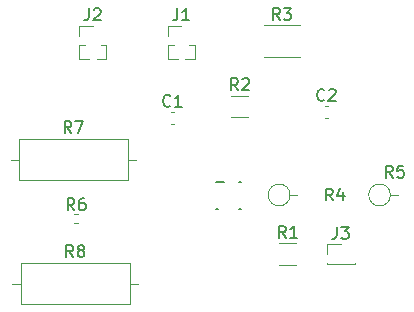
<source format=gbr>
%TF.GenerationSoftware,KiCad,Pcbnew,9.0.6*%
%TF.CreationDate,2025-11-11T17:34:41+05:30*%
%TF.ProjectId,battery_circuit,62617474-6572-4795-9f63-697263756974,rev?*%
%TF.SameCoordinates,Original*%
%TF.FileFunction,Legend,Top*%
%TF.FilePolarity,Positive*%
%FSLAX46Y46*%
G04 Gerber Fmt 4.6, Leading zero omitted, Abs format (unit mm)*
G04 Created by KiCad (PCBNEW 9.0.6) date 2025-11-11 17:34:41*
%MOMM*%
%LPD*%
G01*
G04 APERTURE LIST*
%ADD10C,0.150000*%
%ADD11C,0.120000*%
%ADD12C,0.170000*%
G04 APERTURE END LIST*
D10*
X137058333Y-99929580D02*
X137010714Y-99977200D01*
X137010714Y-99977200D02*
X136867857Y-100024819D01*
X136867857Y-100024819D02*
X136772619Y-100024819D01*
X136772619Y-100024819D02*
X136629762Y-99977200D01*
X136629762Y-99977200D02*
X136534524Y-99881961D01*
X136534524Y-99881961D02*
X136486905Y-99786723D01*
X136486905Y-99786723D02*
X136439286Y-99596247D01*
X136439286Y-99596247D02*
X136439286Y-99453390D01*
X136439286Y-99453390D02*
X136486905Y-99262914D01*
X136486905Y-99262914D02*
X136534524Y-99167676D01*
X136534524Y-99167676D02*
X136629762Y-99072438D01*
X136629762Y-99072438D02*
X136772619Y-99024819D01*
X136772619Y-99024819D02*
X136867857Y-99024819D01*
X136867857Y-99024819D02*
X137010714Y-99072438D01*
X137010714Y-99072438D02*
X137058333Y-99120057D01*
X138010714Y-100024819D02*
X137439286Y-100024819D01*
X137725000Y-100024819D02*
X137725000Y-99024819D01*
X137725000Y-99024819D02*
X137629762Y-99167676D01*
X137629762Y-99167676D02*
X137534524Y-99262914D01*
X137534524Y-99262914D02*
X137439286Y-99310533D01*
X146833333Y-111124819D02*
X146500000Y-110648628D01*
X146261905Y-111124819D02*
X146261905Y-110124819D01*
X146261905Y-110124819D02*
X146642857Y-110124819D01*
X146642857Y-110124819D02*
X146738095Y-110172438D01*
X146738095Y-110172438D02*
X146785714Y-110220057D01*
X146785714Y-110220057D02*
X146833333Y-110315295D01*
X146833333Y-110315295D02*
X146833333Y-110458152D01*
X146833333Y-110458152D02*
X146785714Y-110553390D01*
X146785714Y-110553390D02*
X146738095Y-110601009D01*
X146738095Y-110601009D02*
X146642857Y-110648628D01*
X146642857Y-110648628D02*
X146261905Y-110648628D01*
X147785714Y-111124819D02*
X147214286Y-111124819D01*
X147500000Y-111124819D02*
X147500000Y-110124819D01*
X147500000Y-110124819D02*
X147404762Y-110267676D01*
X147404762Y-110267676D02*
X147309524Y-110362914D01*
X147309524Y-110362914D02*
X147214286Y-110410533D01*
X155883333Y-106034819D02*
X155550000Y-105558628D01*
X155311905Y-106034819D02*
X155311905Y-105034819D01*
X155311905Y-105034819D02*
X155692857Y-105034819D01*
X155692857Y-105034819D02*
X155788095Y-105082438D01*
X155788095Y-105082438D02*
X155835714Y-105130057D01*
X155835714Y-105130057D02*
X155883333Y-105225295D01*
X155883333Y-105225295D02*
X155883333Y-105368152D01*
X155883333Y-105368152D02*
X155835714Y-105463390D01*
X155835714Y-105463390D02*
X155788095Y-105511009D01*
X155788095Y-105511009D02*
X155692857Y-105558628D01*
X155692857Y-105558628D02*
X155311905Y-105558628D01*
X156788095Y-105034819D02*
X156311905Y-105034819D01*
X156311905Y-105034819D02*
X156264286Y-105511009D01*
X156264286Y-105511009D02*
X156311905Y-105463390D01*
X156311905Y-105463390D02*
X156407143Y-105415771D01*
X156407143Y-105415771D02*
X156645238Y-105415771D01*
X156645238Y-105415771D02*
X156740476Y-105463390D01*
X156740476Y-105463390D02*
X156788095Y-105511009D01*
X156788095Y-105511009D02*
X156835714Y-105606247D01*
X156835714Y-105606247D02*
X156835714Y-105844342D01*
X156835714Y-105844342D02*
X156788095Y-105939580D01*
X156788095Y-105939580D02*
X156740476Y-105987200D01*
X156740476Y-105987200D02*
X156645238Y-106034819D01*
X156645238Y-106034819D02*
X156407143Y-106034819D01*
X156407143Y-106034819D02*
X156311905Y-105987200D01*
X156311905Y-105987200D02*
X156264286Y-105939580D01*
X151166666Y-110209819D02*
X151166666Y-110924104D01*
X151166666Y-110924104D02*
X151119047Y-111066961D01*
X151119047Y-111066961D02*
X151023809Y-111162200D01*
X151023809Y-111162200D02*
X150880952Y-111209819D01*
X150880952Y-111209819D02*
X150785714Y-111209819D01*
X151547619Y-110209819D02*
X152166666Y-110209819D01*
X152166666Y-110209819D02*
X151833333Y-110590771D01*
X151833333Y-110590771D02*
X151976190Y-110590771D01*
X151976190Y-110590771D02*
X152071428Y-110638390D01*
X152071428Y-110638390D02*
X152119047Y-110686009D01*
X152119047Y-110686009D02*
X152166666Y-110781247D01*
X152166666Y-110781247D02*
X152166666Y-111019342D01*
X152166666Y-111019342D02*
X152119047Y-111114580D01*
X152119047Y-111114580D02*
X152071428Y-111162200D01*
X152071428Y-111162200D02*
X151976190Y-111209819D01*
X151976190Y-111209819D02*
X151690476Y-111209819D01*
X151690476Y-111209819D02*
X151595238Y-111162200D01*
X151595238Y-111162200D02*
X151547619Y-111114580D01*
X128683333Y-102234819D02*
X128350000Y-101758628D01*
X128111905Y-102234819D02*
X128111905Y-101234819D01*
X128111905Y-101234819D02*
X128492857Y-101234819D01*
X128492857Y-101234819D02*
X128588095Y-101282438D01*
X128588095Y-101282438D02*
X128635714Y-101330057D01*
X128635714Y-101330057D02*
X128683333Y-101425295D01*
X128683333Y-101425295D02*
X128683333Y-101568152D01*
X128683333Y-101568152D02*
X128635714Y-101663390D01*
X128635714Y-101663390D02*
X128588095Y-101711009D01*
X128588095Y-101711009D02*
X128492857Y-101758628D01*
X128492857Y-101758628D02*
X128111905Y-101758628D01*
X129016667Y-101234819D02*
X129683333Y-101234819D01*
X129683333Y-101234819D02*
X129254762Y-102234819D01*
X150108333Y-99429580D02*
X150060714Y-99477200D01*
X150060714Y-99477200D02*
X149917857Y-99524819D01*
X149917857Y-99524819D02*
X149822619Y-99524819D01*
X149822619Y-99524819D02*
X149679762Y-99477200D01*
X149679762Y-99477200D02*
X149584524Y-99381961D01*
X149584524Y-99381961D02*
X149536905Y-99286723D01*
X149536905Y-99286723D02*
X149489286Y-99096247D01*
X149489286Y-99096247D02*
X149489286Y-98953390D01*
X149489286Y-98953390D02*
X149536905Y-98762914D01*
X149536905Y-98762914D02*
X149584524Y-98667676D01*
X149584524Y-98667676D02*
X149679762Y-98572438D01*
X149679762Y-98572438D02*
X149822619Y-98524819D01*
X149822619Y-98524819D02*
X149917857Y-98524819D01*
X149917857Y-98524819D02*
X150060714Y-98572438D01*
X150060714Y-98572438D02*
X150108333Y-98620057D01*
X150489286Y-98620057D02*
X150536905Y-98572438D01*
X150536905Y-98572438D02*
X150632143Y-98524819D01*
X150632143Y-98524819D02*
X150870238Y-98524819D01*
X150870238Y-98524819D02*
X150965476Y-98572438D01*
X150965476Y-98572438D02*
X151013095Y-98620057D01*
X151013095Y-98620057D02*
X151060714Y-98715295D01*
X151060714Y-98715295D02*
X151060714Y-98810533D01*
X151060714Y-98810533D02*
X151013095Y-98953390D01*
X151013095Y-98953390D02*
X150441667Y-99524819D01*
X150441667Y-99524819D02*
X151060714Y-99524819D01*
X142783333Y-98624819D02*
X142450000Y-98148628D01*
X142211905Y-98624819D02*
X142211905Y-97624819D01*
X142211905Y-97624819D02*
X142592857Y-97624819D01*
X142592857Y-97624819D02*
X142688095Y-97672438D01*
X142688095Y-97672438D02*
X142735714Y-97720057D01*
X142735714Y-97720057D02*
X142783333Y-97815295D01*
X142783333Y-97815295D02*
X142783333Y-97958152D01*
X142783333Y-97958152D02*
X142735714Y-98053390D01*
X142735714Y-98053390D02*
X142688095Y-98101009D01*
X142688095Y-98101009D02*
X142592857Y-98148628D01*
X142592857Y-98148628D02*
X142211905Y-98148628D01*
X143164286Y-97720057D02*
X143211905Y-97672438D01*
X143211905Y-97672438D02*
X143307143Y-97624819D01*
X143307143Y-97624819D02*
X143545238Y-97624819D01*
X143545238Y-97624819D02*
X143640476Y-97672438D01*
X143640476Y-97672438D02*
X143688095Y-97720057D01*
X143688095Y-97720057D02*
X143735714Y-97815295D01*
X143735714Y-97815295D02*
X143735714Y-97910533D01*
X143735714Y-97910533D02*
X143688095Y-98053390D01*
X143688095Y-98053390D02*
X143116667Y-98624819D01*
X143116667Y-98624819D02*
X143735714Y-98624819D01*
X130166666Y-91709819D02*
X130166666Y-92424104D01*
X130166666Y-92424104D02*
X130119047Y-92566961D01*
X130119047Y-92566961D02*
X130023809Y-92662200D01*
X130023809Y-92662200D02*
X129880952Y-92709819D01*
X129880952Y-92709819D02*
X129785714Y-92709819D01*
X130595238Y-91805057D02*
X130642857Y-91757438D01*
X130642857Y-91757438D02*
X130738095Y-91709819D01*
X130738095Y-91709819D02*
X130976190Y-91709819D01*
X130976190Y-91709819D02*
X131071428Y-91757438D01*
X131071428Y-91757438D02*
X131119047Y-91805057D01*
X131119047Y-91805057D02*
X131166666Y-91900295D01*
X131166666Y-91900295D02*
X131166666Y-91995533D01*
X131166666Y-91995533D02*
X131119047Y-92138390D01*
X131119047Y-92138390D02*
X130547619Y-92709819D01*
X130547619Y-92709819D02*
X131166666Y-92709819D01*
X128930833Y-108784819D02*
X128597500Y-108308628D01*
X128359405Y-108784819D02*
X128359405Y-107784819D01*
X128359405Y-107784819D02*
X128740357Y-107784819D01*
X128740357Y-107784819D02*
X128835595Y-107832438D01*
X128835595Y-107832438D02*
X128883214Y-107880057D01*
X128883214Y-107880057D02*
X128930833Y-107975295D01*
X128930833Y-107975295D02*
X128930833Y-108118152D01*
X128930833Y-108118152D02*
X128883214Y-108213390D01*
X128883214Y-108213390D02*
X128835595Y-108261009D01*
X128835595Y-108261009D02*
X128740357Y-108308628D01*
X128740357Y-108308628D02*
X128359405Y-108308628D01*
X129787976Y-107784819D02*
X129597500Y-107784819D01*
X129597500Y-107784819D02*
X129502262Y-107832438D01*
X129502262Y-107832438D02*
X129454643Y-107880057D01*
X129454643Y-107880057D02*
X129359405Y-108022914D01*
X129359405Y-108022914D02*
X129311786Y-108213390D01*
X129311786Y-108213390D02*
X129311786Y-108594342D01*
X129311786Y-108594342D02*
X129359405Y-108689580D01*
X129359405Y-108689580D02*
X129407024Y-108737200D01*
X129407024Y-108737200D02*
X129502262Y-108784819D01*
X129502262Y-108784819D02*
X129692738Y-108784819D01*
X129692738Y-108784819D02*
X129787976Y-108737200D01*
X129787976Y-108737200D02*
X129835595Y-108689580D01*
X129835595Y-108689580D02*
X129883214Y-108594342D01*
X129883214Y-108594342D02*
X129883214Y-108356247D01*
X129883214Y-108356247D02*
X129835595Y-108261009D01*
X129835595Y-108261009D02*
X129787976Y-108213390D01*
X129787976Y-108213390D02*
X129692738Y-108165771D01*
X129692738Y-108165771D02*
X129502262Y-108165771D01*
X129502262Y-108165771D02*
X129407024Y-108213390D01*
X129407024Y-108213390D02*
X129359405Y-108261009D01*
X129359405Y-108261009D02*
X129311786Y-108356247D01*
X146333333Y-92674819D02*
X146000000Y-92198628D01*
X145761905Y-92674819D02*
X145761905Y-91674819D01*
X145761905Y-91674819D02*
X146142857Y-91674819D01*
X146142857Y-91674819D02*
X146238095Y-91722438D01*
X146238095Y-91722438D02*
X146285714Y-91770057D01*
X146285714Y-91770057D02*
X146333333Y-91865295D01*
X146333333Y-91865295D02*
X146333333Y-92008152D01*
X146333333Y-92008152D02*
X146285714Y-92103390D01*
X146285714Y-92103390D02*
X146238095Y-92151009D01*
X146238095Y-92151009D02*
X146142857Y-92198628D01*
X146142857Y-92198628D02*
X145761905Y-92198628D01*
X146666667Y-91674819D02*
X147285714Y-91674819D01*
X147285714Y-91674819D02*
X146952381Y-92055771D01*
X146952381Y-92055771D02*
X147095238Y-92055771D01*
X147095238Y-92055771D02*
X147190476Y-92103390D01*
X147190476Y-92103390D02*
X147238095Y-92151009D01*
X147238095Y-92151009D02*
X147285714Y-92246247D01*
X147285714Y-92246247D02*
X147285714Y-92484342D01*
X147285714Y-92484342D02*
X147238095Y-92579580D01*
X147238095Y-92579580D02*
X147190476Y-92627200D01*
X147190476Y-92627200D02*
X147095238Y-92674819D01*
X147095238Y-92674819D02*
X146809524Y-92674819D01*
X146809524Y-92674819D02*
X146714286Y-92627200D01*
X146714286Y-92627200D02*
X146666667Y-92579580D01*
X150833333Y-107954819D02*
X150500000Y-107478628D01*
X150261905Y-107954819D02*
X150261905Y-106954819D01*
X150261905Y-106954819D02*
X150642857Y-106954819D01*
X150642857Y-106954819D02*
X150738095Y-107002438D01*
X150738095Y-107002438D02*
X150785714Y-107050057D01*
X150785714Y-107050057D02*
X150833333Y-107145295D01*
X150833333Y-107145295D02*
X150833333Y-107288152D01*
X150833333Y-107288152D02*
X150785714Y-107383390D01*
X150785714Y-107383390D02*
X150738095Y-107431009D01*
X150738095Y-107431009D02*
X150642857Y-107478628D01*
X150642857Y-107478628D02*
X150261905Y-107478628D01*
X151690476Y-107288152D02*
X151690476Y-107954819D01*
X151452381Y-106907200D02*
X151214286Y-107621485D01*
X151214286Y-107621485D02*
X151833333Y-107621485D01*
X137666666Y-91709819D02*
X137666666Y-92424104D01*
X137666666Y-92424104D02*
X137619047Y-92566961D01*
X137619047Y-92566961D02*
X137523809Y-92662200D01*
X137523809Y-92662200D02*
X137380952Y-92709819D01*
X137380952Y-92709819D02*
X137285714Y-92709819D01*
X138666666Y-92709819D02*
X138095238Y-92709819D01*
X138380952Y-92709819D02*
X138380952Y-91709819D01*
X138380952Y-91709819D02*
X138285714Y-91852676D01*
X138285714Y-91852676D02*
X138190476Y-91947914D01*
X138190476Y-91947914D02*
X138095238Y-91995533D01*
X128833333Y-112734819D02*
X128500000Y-112258628D01*
X128261905Y-112734819D02*
X128261905Y-111734819D01*
X128261905Y-111734819D02*
X128642857Y-111734819D01*
X128642857Y-111734819D02*
X128738095Y-111782438D01*
X128738095Y-111782438D02*
X128785714Y-111830057D01*
X128785714Y-111830057D02*
X128833333Y-111925295D01*
X128833333Y-111925295D02*
X128833333Y-112068152D01*
X128833333Y-112068152D02*
X128785714Y-112163390D01*
X128785714Y-112163390D02*
X128738095Y-112211009D01*
X128738095Y-112211009D02*
X128642857Y-112258628D01*
X128642857Y-112258628D02*
X128261905Y-112258628D01*
X129404762Y-112163390D02*
X129309524Y-112115771D01*
X129309524Y-112115771D02*
X129261905Y-112068152D01*
X129261905Y-112068152D02*
X129214286Y-111972914D01*
X129214286Y-111972914D02*
X129214286Y-111925295D01*
X129214286Y-111925295D02*
X129261905Y-111830057D01*
X129261905Y-111830057D02*
X129309524Y-111782438D01*
X129309524Y-111782438D02*
X129404762Y-111734819D01*
X129404762Y-111734819D02*
X129595238Y-111734819D01*
X129595238Y-111734819D02*
X129690476Y-111782438D01*
X129690476Y-111782438D02*
X129738095Y-111830057D01*
X129738095Y-111830057D02*
X129785714Y-111925295D01*
X129785714Y-111925295D02*
X129785714Y-111972914D01*
X129785714Y-111972914D02*
X129738095Y-112068152D01*
X129738095Y-112068152D02*
X129690476Y-112115771D01*
X129690476Y-112115771D02*
X129595238Y-112163390D01*
X129595238Y-112163390D02*
X129404762Y-112163390D01*
X129404762Y-112163390D02*
X129309524Y-112211009D01*
X129309524Y-112211009D02*
X129261905Y-112258628D01*
X129261905Y-112258628D02*
X129214286Y-112353866D01*
X129214286Y-112353866D02*
X129214286Y-112544342D01*
X129214286Y-112544342D02*
X129261905Y-112639580D01*
X129261905Y-112639580D02*
X129309524Y-112687200D01*
X129309524Y-112687200D02*
X129404762Y-112734819D01*
X129404762Y-112734819D02*
X129595238Y-112734819D01*
X129595238Y-112734819D02*
X129690476Y-112687200D01*
X129690476Y-112687200D02*
X129738095Y-112639580D01*
X129738095Y-112639580D02*
X129785714Y-112544342D01*
X129785714Y-112544342D02*
X129785714Y-112353866D01*
X129785714Y-112353866D02*
X129738095Y-112258628D01*
X129738095Y-112258628D02*
X129690476Y-112211009D01*
X129690476Y-112211009D02*
X129595238Y-112163390D01*
D11*
%TO.C,C1*%
X137084420Y-100490000D02*
X137365580Y-100490000D01*
X137084420Y-101510000D02*
X137365580Y-101510000D01*
%TO.C,R1*%
X146272936Y-111590000D02*
X147727064Y-111590000D01*
X146272936Y-113410000D02*
X147727064Y-113410000D01*
D12*
%TO.C,U1*%
X140925001Y-106399998D02*
X141575000Y-106399998D01*
X140925001Y-108699999D02*
X141099999Y-108699999D01*
X142900001Y-106399998D02*
X143074999Y-106399998D01*
X142900001Y-108699999D02*
X143074999Y-108699999D01*
D11*
%TO.C,R5*%
X155700000Y-107500000D02*
X156320000Y-107500000D01*
X155700000Y-107500000D02*
G75*
G02*
X153860000Y-107500000I-920000J0D01*
G01*
X153860000Y-107500000D02*
G75*
G02*
X155700000Y-107500000I920000J0D01*
G01*
%TO.C,J3*%
X150340000Y-111690000D02*
X151500000Y-111690000D01*
X150340000Y-112500000D02*
X150340000Y-111690000D01*
X150340000Y-113310000D02*
X150340000Y-113245000D01*
X150340000Y-113310000D02*
X150833292Y-113310000D01*
X150340000Y-113310000D02*
X152660000Y-113310000D01*
X152166708Y-113310000D02*
X152660000Y-113310000D01*
X152660000Y-113310000D02*
X152660000Y-113245000D01*
%TO.C,R7*%
X123540000Y-104500000D02*
X124230000Y-104500000D01*
X134160000Y-104500000D02*
X133470000Y-104500000D01*
X124230000Y-102780000D02*
X133470000Y-102780000D01*
X133470000Y-106220000D01*
X124230000Y-106220000D01*
X124230000Y-102780000D01*
%TO.C,C2*%
X150134420Y-99990000D02*
X150415580Y-99990000D01*
X150134420Y-101010000D02*
X150415580Y-101010000D01*
%TO.C,R2*%
X142222936Y-99090000D02*
X143677064Y-99090000D01*
X142222936Y-100910000D02*
X143677064Y-100910000D01*
%TO.C,J2*%
X129340000Y-93190000D02*
X130500000Y-93190000D01*
X129340000Y-94000000D02*
X129340000Y-93190000D01*
X129340000Y-94810000D02*
X129340000Y-96015000D01*
X129340000Y-94810000D02*
X129833292Y-94810000D01*
X129340000Y-96015000D02*
X130182077Y-96015000D01*
X130817923Y-96015000D02*
X131660000Y-96015000D01*
X131166708Y-94810000D02*
X131660000Y-94810000D01*
X131660000Y-94810000D02*
X131660000Y-96015000D01*
%TO.C,R6*%
X128929879Y-109120000D02*
X129265121Y-109120000D01*
X128929879Y-109880000D02*
X129265121Y-109880000D01*
%TO.C,R3*%
X144972936Y-93140000D02*
X148027064Y-93140000D01*
X144972936Y-95860000D02*
X148027064Y-95860000D01*
%TO.C,R4*%
X147200000Y-107500000D02*
X147820000Y-107500000D01*
X147200000Y-107500000D02*
G75*
G02*
X145360000Y-107500000I-920000J0D01*
G01*
X145360000Y-107500000D02*
G75*
G02*
X147200000Y-107500000I920000J0D01*
G01*
%TO.C,J1*%
X136840000Y-93190000D02*
X138000000Y-93190000D01*
X136840000Y-94000000D02*
X136840000Y-93190000D01*
X136840000Y-94810000D02*
X136840000Y-96015000D01*
X136840000Y-94810000D02*
X137333292Y-94810000D01*
X136840000Y-96015000D02*
X137682077Y-96015000D01*
X138317923Y-96015000D02*
X139160000Y-96015000D01*
X138666708Y-94810000D02*
X139160000Y-94810000D01*
X139160000Y-94810000D02*
X139160000Y-96015000D01*
%TO.C,R8*%
X123690000Y-115000000D02*
X124380000Y-115000000D01*
X134310000Y-115000000D02*
X133620000Y-115000000D01*
X124380000Y-113280000D02*
X133620000Y-113280000D01*
X133620000Y-116720000D01*
X124380000Y-116720000D01*
X124380000Y-113280000D01*
%TD*%
M02*

</source>
